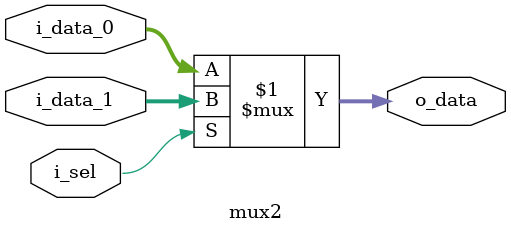
<source format=sv>
module mux2 #(
    parameter int WIDTH     = 16,
    parameter int OUT_WIDTH = WIDTH
) (
    input  wire [    WIDTH-1:0] i_data_0,
    input  wire [    WIDTH-1:0] i_data_1,
    input  wire                 i_sel,
    output wire [OUT_WIDTH-1:0] o_data
);

/*
Type <leader>iv in normal mode to copy template for currently opened sv file 
  -> It'll ignore all the non-constant(derived) parameters

Ex:
    mux2 #(
        .WIDTH(16)
    ) u_mux2 (
        .i_data_0(i_data_0),
        .i_data_1(i_data_1),
        .i_sel   (i_sel),
        .o_data  (o_data)
    );
*/

    assign o_data = i_sel ? i_data_1 : i_data_0;

endmodule

</source>
